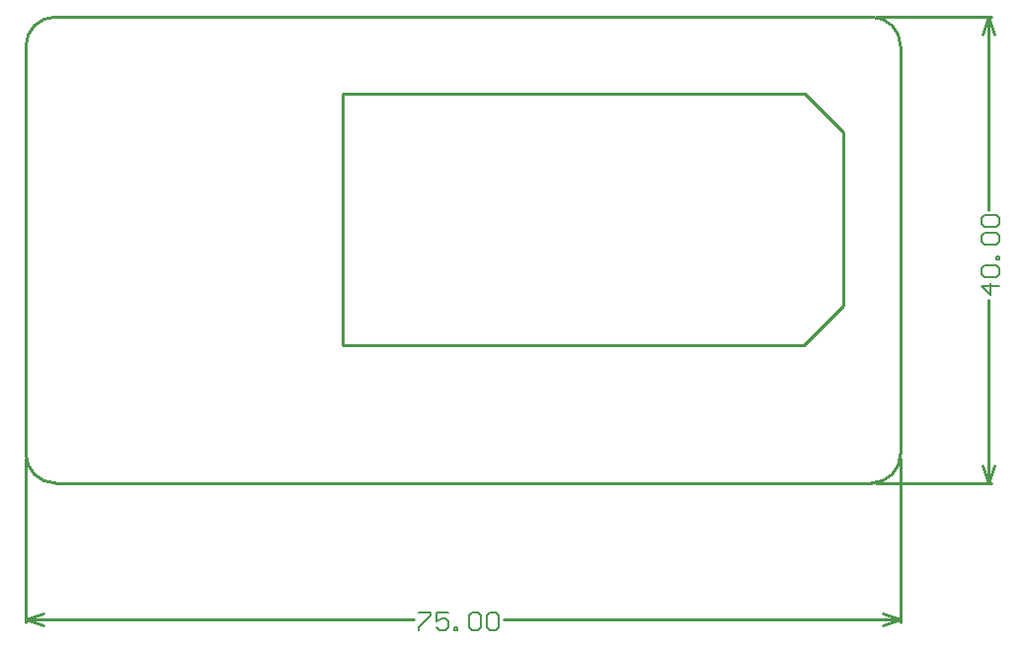
<source format=gm1>
G04*
G04 #@! TF.GenerationSoftware,Altium Limited,Altium Designer,24.0.1 (36)*
G04*
G04 Layer_Color=16711935*
%FSLAX44Y44*%
%MOMM*%
G71*
G04*
G04 #@! TF.SameCoordinates,72622C8A-B07E-4F55-B3FE-632304D3AF33*
G04*
G04*
G04 #@! TF.FilePolarity,Positive*
G04*
G01*
G75*
%ADD10C,0.2540*%
%ADD18C,0.1524*%
D10*
X725000Y0D02*
G03*
X750000Y25000I0J25000D01*
G01*
Y375000D02*
G03*
X725000Y400000I-25000J-0D01*
G01*
X0Y25000D02*
G03*
X25000Y0I25000J0D01*
G01*
Y400000D02*
G03*
X0Y375000I0J-25000D01*
G01*
X271780Y118110D02*
Y334010D01*
X668020D01*
X271780Y118110D02*
X666750D01*
X701040Y152400D02*
Y300990D01*
X668020Y334010D02*
X701040Y300990D01*
X666750Y118110D02*
X701040Y152400D01*
X750000Y25000D02*
Y375000D01*
X0Y25000D02*
Y375000D01*
X25000Y0D02*
X725000D01*
X25000Y400000D02*
X725000D01*
X825500D02*
X830580Y384760D01*
X820420D02*
X825500Y400000D01*
X820420Y15240D02*
X825500Y0D01*
X830580Y15240D01*
X825500Y234279D02*
Y400000D01*
Y0D02*
Y157593D01*
X728810Y400000D02*
X828040D01*
X728810Y0D02*
X828040D01*
X0Y-116840D02*
X15240Y-111760D01*
X0Y-116840D02*
X15240Y-121920D01*
X734760D02*
X750000Y-116840D01*
X734760Y-111760D02*
X750000Y-116840D01*
X0D02*
X332593D01*
X409279D02*
X750000D01*
X0Y-119380D02*
Y21190D01*
X750000Y-119380D02*
Y21190D01*
D18*
X834641Y169275D02*
X819407D01*
X827024Y161657D01*
Y171814D01*
X821946Y176892D02*
X819407Y179431D01*
Y184510D01*
X821946Y187049D01*
X832102D01*
X834641Y184510D01*
Y179431D01*
X832102Y176892D01*
X821946D01*
X834641Y192127D02*
X832102D01*
Y194666D01*
X834641D01*
Y192127D01*
X821946Y204823D02*
X819407Y207362D01*
Y212441D01*
X821946Y214980D01*
X832102D01*
X834641Y212441D01*
Y207362D01*
X832102Y204823D01*
X821946D01*
Y220058D02*
X819407Y222597D01*
Y227676D01*
X821946Y230215D01*
X832102D01*
X834641Y227676D01*
Y222597D01*
X832102Y220058D01*
X821946D01*
X336657Y-110746D02*
X346814D01*
Y-113286D01*
X336657Y-123442D01*
Y-125982D01*
X362049Y-110746D02*
X351892D01*
Y-118364D01*
X356970Y-115825D01*
X359510D01*
X362049Y-118364D01*
Y-123442D01*
X359510Y-125982D01*
X354431D01*
X351892Y-123442D01*
X367127Y-125982D02*
Y-123442D01*
X369666D01*
Y-125982D01*
X367127D01*
X379823Y-113286D02*
X382362Y-110746D01*
X387441D01*
X389980Y-113286D01*
Y-123442D01*
X387441Y-125982D01*
X382362D01*
X379823Y-123442D01*
Y-113286D01*
X395058D02*
X397597Y-110746D01*
X402676D01*
X405215Y-113286D01*
Y-123442D01*
X402676Y-125982D01*
X397597D01*
X395058Y-123442D01*
Y-113286D01*
M02*

</source>
